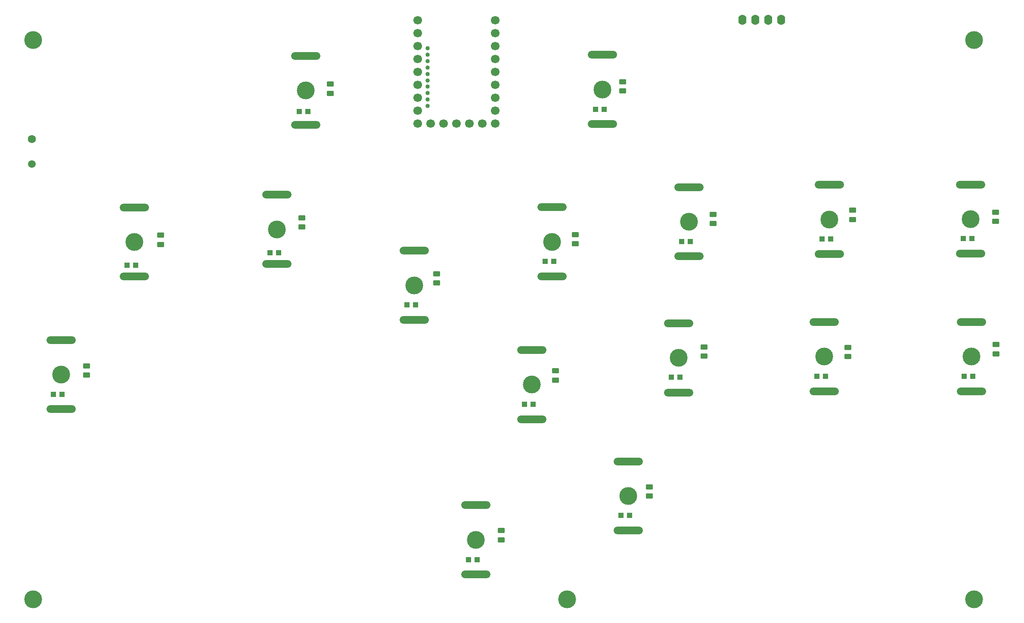
<source format=gbs>
%TF.GenerationSoftware,KiCad,Pcbnew,8.0.6*%
%TF.CreationDate,2024-11-20T03:37:43+00:00*%
%TF.ProjectId,keychron_hitbox,6b657963-6872-46f6-9e5f-686974626f78,rev?*%
%TF.SameCoordinates,Original*%
%TF.FileFunction,Soldermask,Bot*%
%TF.FilePolarity,Negative*%
%FSLAX46Y46*%
G04 Gerber Fmt 4.6, Leading zero omitted, Abs format (unit mm)*
G04 Created by KiCad (PCBNEW 8.0.6) date 2024-11-20 03:37:43*
%MOMM*%
%LPD*%
G01*
G04 APERTURE LIST*
G04 Aperture macros list*
%AMRoundRect*
0 Rectangle with rounded corners*
0 $1 Rounding radius*
0 $2 $3 $4 $5 $6 $7 $8 $9 X,Y pos of 4 corners*
0 Add a 4 corners polygon primitive as box body*
4,1,4,$2,$3,$4,$5,$6,$7,$8,$9,$2,$3,0*
0 Add four circle primitives for the rounded corners*
1,1,$1+$1,$2,$3*
1,1,$1+$1,$4,$5*
1,1,$1+$1,$6,$7*
1,1,$1+$1,$8,$9*
0 Add four rect primitives between the rounded corners*
20,1,$1+$1,$2,$3,$4,$5,0*
20,1,$1+$1,$4,$5,$6,$7,0*
20,1,$1+$1,$6,$7,$8,$9,0*
20,1,$1+$1,$8,$9,$2,$3,0*%
G04 Aperture macros list end*
%ADD10O,5.800000X1.500000*%
%ADD11C,3.500000*%
%ADD12O,1.600000X2.000000*%
%ADD13C,1.600000*%
%ADD14C,1.500000*%
%ADD15C,1.700000*%
%ADD16C,0.850000*%
%ADD17RoundRect,0.250000X-0.450000X0.262500X-0.450000X-0.262500X0.450000X-0.262500X0.450000X0.262500X0*%
%ADD18R,1.000000X1.000000*%
G04 APERTURE END LIST*
D10*
X169500000Y-115400000D03*
D11*
X169500000Y-122200000D03*
D10*
X169500000Y-129000000D03*
D11*
X237500000Y-32500000D03*
X52500000Y-142500000D03*
D10*
X181400000Y-61450000D03*
D11*
X181400000Y-68250000D03*
D10*
X181400000Y-75050000D03*
X237000000Y-88000000D03*
D11*
X237000000Y-94800000D03*
D10*
X237000000Y-101600000D03*
D12*
X191880000Y-28550000D03*
X194420000Y-28550000D03*
X196960000Y-28550000D03*
X199500000Y-28550000D03*
D10*
X208000000Y-88000000D03*
D11*
X208000000Y-94800000D03*
D10*
X208000000Y-101600000D03*
D13*
X52250000Y-52000000D03*
D14*
X52250000Y-56900000D03*
D10*
X209000000Y-61000000D03*
D11*
X209000000Y-67800000D03*
D10*
X209000000Y-74600000D03*
X150500000Y-93500000D03*
D11*
X150500000Y-100300000D03*
D10*
X150500000Y-107100000D03*
D15*
X128060000Y-28626000D03*
X128060000Y-31166000D03*
X128060000Y-33706000D03*
X128060000Y-36246000D03*
X128060000Y-38786000D03*
X128060000Y-41326000D03*
X128060000Y-43866000D03*
X128060000Y-46406000D03*
X128060000Y-48946000D03*
X143300000Y-28626000D03*
X143300000Y-31166000D03*
X143300000Y-33706000D03*
X143300000Y-36246000D03*
X143300000Y-38786000D03*
X143300000Y-41326000D03*
X143300000Y-43866000D03*
X143300000Y-46406000D03*
X143300000Y-48946000D03*
X130600000Y-48946000D03*
X133140000Y-48946000D03*
X135680000Y-48946000D03*
X138220000Y-48946000D03*
X140760000Y-48946000D03*
D16*
X130070000Y-34112600D03*
X130070000Y-35379800D03*
X130070000Y-36646400D03*
X130070000Y-37913000D03*
X130070000Y-39179600D03*
X130070000Y-40446200D03*
X130070000Y-41712800D03*
X130070000Y-42979400D03*
X130070000Y-44246000D03*
X130070000Y-45512600D03*
D10*
X236800000Y-60950000D03*
D11*
X236800000Y-67750000D03*
D10*
X236800000Y-74550000D03*
X106100000Y-35650000D03*
D11*
X106100000Y-42450000D03*
D10*
X106100000Y-49250000D03*
X154500000Y-65400000D03*
D11*
X154500000Y-72200000D03*
D10*
X154500000Y-79000000D03*
X164400000Y-35450000D03*
D11*
X164400000Y-42250000D03*
D10*
X164400000Y-49050000D03*
D11*
X237500000Y-142500000D03*
D10*
X72400000Y-65450000D03*
D11*
X72400000Y-72250000D03*
D10*
X72400000Y-79050000D03*
X127400000Y-73950000D03*
D11*
X127400000Y-80750000D03*
D10*
X127400000Y-87550000D03*
X139500000Y-124000000D03*
D11*
X139500000Y-130800000D03*
D10*
X139500000Y-137600000D03*
X179400000Y-88250000D03*
D11*
X179400000Y-95050000D03*
D10*
X179400000Y-101850000D03*
D11*
X157500000Y-142500000D03*
X52500000Y-32500000D03*
D10*
X100400000Y-62950000D03*
D11*
X100400000Y-69750000D03*
D10*
X100400000Y-76550000D03*
X58000000Y-91500000D03*
D11*
X58000000Y-98300000D03*
D10*
X58000000Y-105100000D03*
D17*
X241700000Y-66387500D03*
X241700000Y-68212500D03*
D18*
X100760000Y-74350000D03*
X99060000Y-74350000D03*
D17*
X168400000Y-40700000D03*
X168400000Y-42525000D03*
D18*
X154830000Y-76080000D03*
X153130000Y-76080000D03*
X139790000Y-134690000D03*
X138090000Y-134690000D03*
D17*
X159100000Y-70775000D03*
X159100000Y-72600000D03*
X212700000Y-92975000D03*
X212700000Y-94800000D03*
X131812500Y-78487500D03*
X131812500Y-80312500D03*
D18*
X150760000Y-104140000D03*
X149060000Y-104140000D03*
D17*
X77512500Y-70887500D03*
X77512500Y-72712500D03*
D18*
X179670000Y-98840000D03*
X177970000Y-98840000D03*
D17*
X144500000Y-129000000D03*
X144500000Y-130825000D03*
D18*
X209260000Y-71670000D03*
X207560000Y-71670000D03*
X208250000Y-98660000D03*
X206550000Y-98660000D03*
X106530000Y-46550000D03*
X104830000Y-46550000D03*
D17*
X186200000Y-66800000D03*
X186200000Y-68625000D03*
D18*
X237220000Y-98640000D03*
X235520000Y-98640000D03*
X169760000Y-126030000D03*
X168060000Y-126030000D03*
D17*
X110900000Y-41175000D03*
X110900000Y-43000000D03*
X213612500Y-65975000D03*
X213612500Y-67800000D03*
X241800000Y-92387500D03*
X241800000Y-94212500D03*
D18*
X181660000Y-72130000D03*
X179960000Y-72130000D03*
D17*
X173600000Y-120400000D03*
X173600000Y-122225000D03*
D18*
X127650000Y-84620000D03*
X125950000Y-84620000D03*
X58160000Y-102200000D03*
X56460000Y-102200000D03*
D17*
X155212500Y-97587500D03*
X155212500Y-99412500D03*
X184400000Y-92875000D03*
X184400000Y-94700000D03*
X105300000Y-67475000D03*
X105300000Y-69300000D03*
D18*
X72630000Y-76830000D03*
X70930000Y-76830000D03*
X237060000Y-71570000D03*
X235360000Y-71570000D03*
D17*
X63012500Y-96587500D03*
X63012500Y-98412500D03*
D18*
X164750000Y-46200000D03*
X163050000Y-46200000D03*
M02*

</source>
